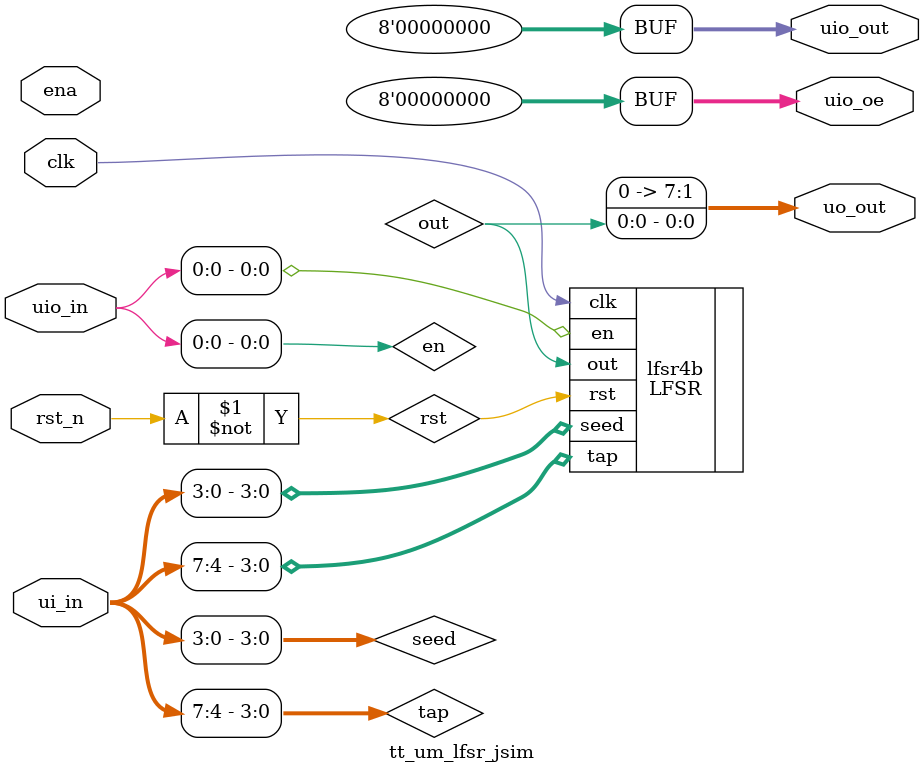
<source format=v>
/*
 * Copyright (c) 2024 Junyoung Sim
 * SPDX-License-Identifier: Apache-2.0
 */

`default_nettype none
`timescale 1ns / 1ps

module tt_um_lfsr_jsim (
    input  wire [7:0] ui_in,    // Dedicated inputs
    output wire [7:0] uo_out,   // Dedicated outputs
    input  wire [7:0] uio_in,   // IOs: Input path
    output wire [7:0] uio_out,  // IOs: Output path
    output wire [7:0] uio_oe,   // IOs: Enable path (active high: 0=input, 1=output)
    input  wire       ena,      // always 1 when the design is powered, so you can ignore it
    input  wire       clk,      // clock
    input  wire       rst_n     // reset_n - low to reset
);

  wire       rst;
  wire       en;
  wire [3:0] tap;
  wire [3:0] seed;
  wire       out;

  assign rst  = ~rst_n;
  assign en   = uio_in[0];
  assign tap  = ui_in[7:4];
  assign seed = ui_in[3:0];

  LFSR #(4) lfsr4b
  (
    .clk  (clk),
    .rst  (rst),
    .en   (en),
    .tap  (tap),
    .seed (seed),
    .out  (out)
  );

  assign uo_out[0] = out;

  // All output pins must be assigned. If not used, assign to 0.
  assign uo_out[7:1] = 0;
  assign uio_out     = 0;
  assign uio_oe      = 0;

  // List all unused inputs to prevent warnings
  wire _unused = &{ uio_in[7:1], ena };

endmodule

</source>
